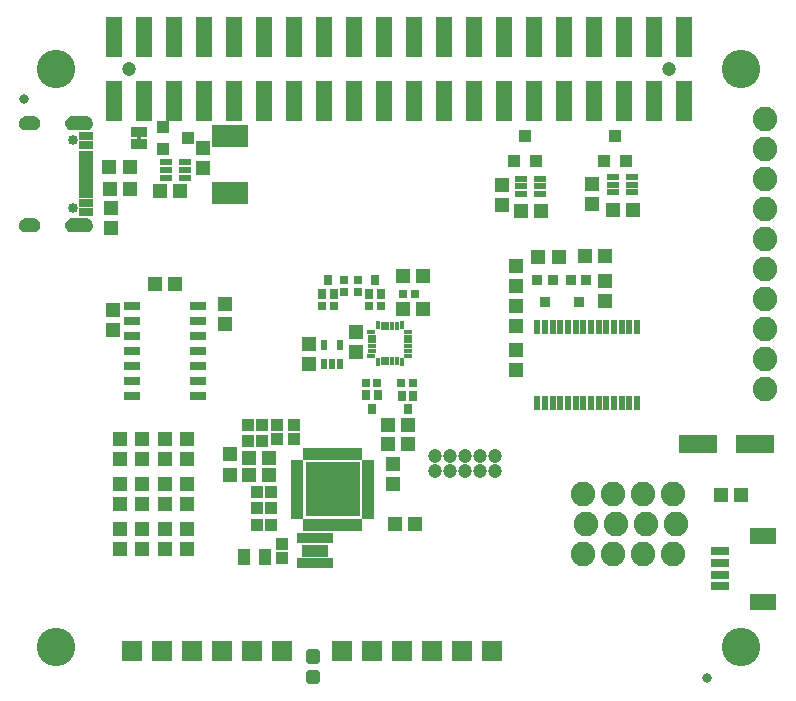
<source format=gts>
G04 EAGLE Gerber RS-274X export*
G75*
%MOMM*%
%FSLAX34Y34*%
%LPD*%
%INSoldermask Top*%
%IPPOS*%
%AMOC8*
5,1,8,0,0,1.08239X$1,22.5*%
G01*
%ADD10R,1.203200X1.303200*%
%ADD11R,1.303200X1.203200*%
%ADD12R,0.503200X1.203200*%
%ADD13R,3.203200X1.603200*%
%ADD14R,2.203200X1.403200*%
%ADD15R,1.553200X0.803200*%
%ADD16R,1.203200X0.503200*%
%ADD17R,1.203200X0.803200*%
%ADD18C,0.853200*%
%ADD19R,3.098800X1.879600*%
%ADD20R,1.473200X0.838200*%
%ADD21R,0.903200X0.903200*%
%ADD22R,1.003200X1.103200*%
%ADD23R,1.003200X0.603200*%
%ADD24R,1.103200X1.003200*%
%ADD25R,1.103200X1.053200*%
%ADD26R,1.053200X1.103200*%
%ADD27R,0.503200X0.903200*%
%ADD28R,2.203200X1.103200*%
%ADD29C,2.082800*%
%ADD30R,1.003200X1.403200*%
%ADD31C,0.505344*%
%ADD32R,0.487800X1.003200*%
%ADD33R,1.003200X0.487800*%
%ADD34R,4.603200X4.603200*%
%ADD35R,0.698200X0.453200*%
%ADD36R,0.803200X0.453200*%
%ADD37R,0.453200X0.698200*%
%ADD38R,0.453200X0.803200*%
%ADD39R,0.104000X0.453000*%
%ADD40R,0.453000X0.104000*%
%ADD41R,0.603200X0.953200*%
%ADD42R,0.663200X0.853200*%
%ADD43R,0.803200X0.803200*%
%ADD44R,1.727200X1.727200*%
%ADD45R,1.403200X0.803200*%
%ADD46C,1.203200*%
%ADD47R,1.473200X3.378200*%
%ADD48C,3.251200*%
%ADD49C,0.838200*%

G36*
X60304Y472764D02*
X60304Y472764D01*
X60307Y472761D01*
X61429Y472916D01*
X61434Y472921D01*
X61438Y472918D01*
X62509Y473289D01*
X62513Y473295D01*
X62518Y473293D01*
X63495Y473866D01*
X63498Y473872D01*
X63503Y473871D01*
X64350Y474624D01*
X64352Y474631D01*
X64357Y474631D01*
X65041Y475534D01*
X65041Y475541D01*
X65046Y475542D01*
X65541Y476561D01*
X65539Y476568D01*
X65544Y476570D01*
X65831Y477667D01*
X65829Y477671D01*
X65831Y477672D01*
X65829Y477674D01*
X65832Y477676D01*
X65899Y478807D01*
X65897Y478811D01*
X65899Y478813D01*
X65832Y479944D01*
X65827Y479949D01*
X65831Y479953D01*
X65544Y481050D01*
X65538Y481054D01*
X65541Y481059D01*
X65046Y482078D01*
X65040Y482081D01*
X65041Y482086D01*
X64357Y482989D01*
X64350Y482991D01*
X64350Y482996D01*
X63503Y483749D01*
X63496Y483749D01*
X63495Y483754D01*
X62518Y484327D01*
X62511Y484326D01*
X62509Y484331D01*
X61438Y484702D01*
X61432Y484699D01*
X61429Y484704D01*
X60307Y484859D01*
X60302Y484856D01*
X60300Y484859D01*
X48300Y484859D01*
X48295Y484856D01*
X48292Y484859D01*
X47025Y484654D01*
X47019Y484648D01*
X47015Y484651D01*
X45825Y484169D01*
X45821Y484162D01*
X45815Y484164D01*
X44762Y483430D01*
X44760Y483422D01*
X44754Y483423D01*
X43891Y482473D01*
X43890Y482464D01*
X43885Y482464D01*
X43255Y481345D01*
X43256Y481337D01*
X43250Y481335D01*
X42885Y480105D01*
X42888Y480097D01*
X42883Y480094D01*
X42801Y478813D01*
X42804Y478809D01*
X42801Y478807D01*
X42883Y477526D01*
X42889Y477520D01*
X42885Y477515D01*
X43250Y476285D01*
X43257Y476280D01*
X43255Y476275D01*
X43885Y475156D01*
X43892Y475153D01*
X43891Y475147D01*
X44754Y474197D01*
X44762Y474196D01*
X44762Y474190D01*
X45815Y473456D01*
X45823Y473456D01*
X45825Y473451D01*
X47015Y472969D01*
X47022Y472971D01*
X47025Y472966D01*
X48292Y472761D01*
X48297Y472764D01*
X48300Y472761D01*
X60300Y472761D01*
X60304Y472764D01*
G37*
G36*
X60304Y386364D02*
X60304Y386364D01*
X60307Y386361D01*
X61429Y386516D01*
X61434Y386521D01*
X61438Y386518D01*
X62509Y386889D01*
X62513Y386895D01*
X62518Y386893D01*
X63495Y387466D01*
X63498Y387472D01*
X63503Y387471D01*
X64350Y388224D01*
X64352Y388231D01*
X64357Y388231D01*
X65041Y389134D01*
X65041Y389141D01*
X65046Y389142D01*
X65541Y390161D01*
X65539Y390168D01*
X65544Y390170D01*
X65831Y391267D01*
X65829Y391271D01*
X65831Y391272D01*
X65829Y391274D01*
X65832Y391276D01*
X65899Y392407D01*
X65897Y392411D01*
X65899Y392413D01*
X65832Y393544D01*
X65827Y393549D01*
X65831Y393553D01*
X65544Y394650D01*
X65538Y394654D01*
X65541Y394659D01*
X65046Y395678D01*
X65040Y395681D01*
X65041Y395686D01*
X64357Y396589D01*
X64350Y396591D01*
X64350Y396596D01*
X63503Y397349D01*
X63496Y397349D01*
X63495Y397354D01*
X62518Y397927D01*
X62511Y397926D01*
X62509Y397931D01*
X61438Y398302D01*
X61432Y398299D01*
X61429Y398304D01*
X60307Y398459D01*
X60302Y398456D01*
X60300Y398459D01*
X48300Y398459D01*
X48295Y398456D01*
X48292Y398459D01*
X47025Y398254D01*
X47019Y398248D01*
X47015Y398251D01*
X45825Y397769D01*
X45821Y397762D01*
X45815Y397764D01*
X44762Y397030D01*
X44760Y397022D01*
X44754Y397023D01*
X43891Y396073D01*
X43890Y396064D01*
X43885Y396064D01*
X43255Y394945D01*
X43256Y394937D01*
X43250Y394935D01*
X42885Y393705D01*
X42888Y393697D01*
X42883Y393694D01*
X42801Y392413D01*
X42804Y392409D01*
X42801Y392407D01*
X42883Y391126D01*
X42889Y391120D01*
X42885Y391115D01*
X43250Y389885D01*
X43257Y389880D01*
X43255Y389875D01*
X43885Y388756D01*
X43892Y388753D01*
X43891Y388747D01*
X44754Y387797D01*
X44762Y387796D01*
X44762Y387790D01*
X45815Y387056D01*
X45823Y387056D01*
X45825Y387051D01*
X47015Y386569D01*
X47022Y386571D01*
X47025Y386566D01*
X48292Y386361D01*
X48297Y386364D01*
X48300Y386361D01*
X60300Y386361D01*
X60304Y386364D01*
G37*
G36*
X15503Y472763D02*
X15503Y472763D01*
X15505Y472761D01*
X16681Y472872D01*
X16686Y472877D01*
X16690Y472874D01*
X17822Y473212D01*
X17826Y473218D01*
X17831Y473216D01*
X18875Y473768D01*
X18878Y473775D01*
X18883Y473773D01*
X19799Y474519D01*
X19800Y474526D01*
X19806Y474526D01*
X20559Y475436D01*
X20559Y475443D01*
X20564Y475444D01*
X21125Y476483D01*
X21124Y476488D01*
X21128Y476490D01*
X21127Y476491D01*
X21129Y476492D01*
X21476Y477621D01*
X21476Y477622D01*
X21477Y477623D01*
X21474Y477627D01*
X21478Y477630D01*
X21599Y478805D01*
X21595Y478812D01*
X21599Y478816D01*
X21442Y480156D01*
X21437Y480162D01*
X21440Y480167D01*
X20989Y481438D01*
X20982Y481443D01*
X20984Y481448D01*
X20262Y482587D01*
X20254Y482590D01*
X20255Y482596D01*
X19297Y483546D01*
X19289Y483547D01*
X19288Y483553D01*
X18143Y484266D01*
X18135Y484265D01*
X18133Y484271D01*
X16857Y484711D01*
X16850Y484709D01*
X16847Y484713D01*
X15505Y484859D01*
X15502Y484857D01*
X15500Y484859D01*
X9500Y484859D01*
X9497Y484857D01*
X9494Y484859D01*
X8165Y484704D01*
X8159Y484698D01*
X8155Y484701D01*
X6894Y484254D01*
X6889Y484247D01*
X6884Y484249D01*
X5754Y483532D01*
X5751Y483525D01*
X5745Y483526D01*
X4803Y482576D01*
X4802Y482567D01*
X4796Y482567D01*
X4089Y481431D01*
X4090Y481423D01*
X4084Y481421D01*
X3648Y480156D01*
X3650Y480148D01*
X3645Y480146D01*
X3501Y478815D01*
X3505Y478809D01*
X3501Y478805D01*
X3611Y477639D01*
X3616Y477634D01*
X3613Y477630D01*
X3948Y476507D01*
X3954Y476503D01*
X3952Y476499D01*
X4500Y475463D01*
X4506Y475460D01*
X4505Y475455D01*
X5244Y474547D01*
X5251Y474545D01*
X5251Y474540D01*
X6153Y473793D01*
X6161Y473793D01*
X6161Y473788D01*
X7192Y473231D01*
X7199Y473232D01*
X7201Y473227D01*
X8320Y472883D01*
X8327Y472885D01*
X8330Y472881D01*
X9495Y472761D01*
X9498Y472763D01*
X9500Y472761D01*
X15500Y472761D01*
X15503Y472763D01*
G37*
G36*
X15503Y386363D02*
X15503Y386363D01*
X15505Y386361D01*
X16681Y386472D01*
X16686Y386477D01*
X16690Y386474D01*
X17822Y386812D01*
X17826Y386818D01*
X17831Y386816D01*
X18875Y387368D01*
X18878Y387375D01*
X18883Y387373D01*
X19799Y388119D01*
X19800Y388126D01*
X19806Y388126D01*
X20559Y389036D01*
X20559Y389043D01*
X20564Y389044D01*
X21125Y390083D01*
X21124Y390088D01*
X21128Y390090D01*
X21127Y390091D01*
X21129Y390092D01*
X21476Y391221D01*
X21476Y391222D01*
X21477Y391223D01*
X21474Y391227D01*
X21478Y391230D01*
X21599Y392405D01*
X21595Y392412D01*
X21599Y392416D01*
X21442Y393756D01*
X21437Y393762D01*
X21440Y393767D01*
X20989Y395038D01*
X20982Y395043D01*
X20984Y395048D01*
X20262Y396187D01*
X20254Y396190D01*
X20255Y396196D01*
X19297Y397146D01*
X19289Y397147D01*
X19288Y397153D01*
X18143Y397866D01*
X18135Y397865D01*
X18133Y397871D01*
X16857Y398311D01*
X16850Y398309D01*
X16847Y398313D01*
X15505Y398459D01*
X15502Y398457D01*
X15500Y398459D01*
X9500Y398459D01*
X9497Y398457D01*
X9494Y398459D01*
X8165Y398304D01*
X8159Y398298D01*
X8155Y398301D01*
X6894Y397854D01*
X6889Y397847D01*
X6884Y397849D01*
X5754Y397132D01*
X5751Y397125D01*
X5745Y397126D01*
X4803Y396176D01*
X4802Y396167D01*
X4796Y396167D01*
X4089Y395031D01*
X4090Y395023D01*
X4084Y395021D01*
X3648Y393756D01*
X3650Y393748D01*
X3645Y393746D01*
X3501Y392415D01*
X3505Y392409D01*
X3501Y392405D01*
X3611Y391239D01*
X3616Y391234D01*
X3613Y391230D01*
X3948Y390107D01*
X3954Y390103D01*
X3952Y390099D01*
X4500Y389063D01*
X4506Y389060D01*
X4505Y389055D01*
X5244Y388147D01*
X5251Y388145D01*
X5251Y388140D01*
X6153Y387393D01*
X6161Y387393D01*
X6161Y387388D01*
X7192Y386831D01*
X7199Y386832D01*
X7201Y386827D01*
X8320Y386483D01*
X8327Y386485D01*
X8330Y386481D01*
X9495Y386361D01*
X9498Y386363D01*
X9500Y386361D01*
X15500Y386361D01*
X15503Y386363D01*
G37*
G36*
X106389Y463740D02*
X106389Y463740D01*
X106455Y463742D01*
X106499Y463760D01*
X106545Y463768D01*
X106602Y463802D01*
X106663Y463826D01*
X106698Y463858D01*
X106738Y463882D01*
X106780Y463933D01*
X106828Y463978D01*
X106850Y464020D01*
X106880Y464057D01*
X106901Y464119D01*
X106931Y464177D01*
X106939Y464232D01*
X106952Y464269D01*
X106951Y464308D01*
X106959Y464363D01*
X106959Y468173D01*
X106947Y468238D01*
X106945Y468303D01*
X106927Y468347D01*
X106919Y468394D01*
X106885Y468450D01*
X106861Y468511D01*
X106829Y468546D01*
X106805Y468587D01*
X106754Y468628D01*
X106709Y468677D01*
X106667Y468698D01*
X106631Y468728D01*
X106568Y468749D01*
X106510Y468779D01*
X106455Y468787D01*
X106418Y468800D01*
X106379Y468799D01*
X106324Y468807D01*
X103784Y468807D01*
X103720Y468795D01*
X103654Y468793D01*
X103610Y468776D01*
X103564Y468767D01*
X103507Y468734D01*
X103446Y468709D01*
X103411Y468677D01*
X103370Y468653D01*
X103329Y468602D01*
X103280Y468558D01*
X103259Y468516D01*
X103229Y468479D01*
X103208Y468417D01*
X103178Y468358D01*
X103170Y468304D01*
X103157Y468267D01*
X103157Y468262D01*
X103158Y468226D01*
X103150Y468173D01*
X103150Y464363D01*
X103162Y464298D01*
X103164Y464232D01*
X103181Y464189D01*
X103190Y464142D01*
X103223Y464085D01*
X103248Y464024D01*
X103280Y463989D01*
X103304Y463949D01*
X103355Y463907D01*
X103399Y463859D01*
X103442Y463837D01*
X103478Y463807D01*
X103540Y463786D01*
X103599Y463756D01*
X103653Y463748D01*
X103691Y463736D01*
X103730Y463737D01*
X103784Y463729D01*
X106324Y463729D01*
X106389Y463740D01*
G37*
D10*
X181762Y198314D03*
X181762Y181314D03*
X423926Y324425D03*
X423926Y307425D03*
X499643Y328279D03*
X499643Y345279D03*
D11*
X482914Y366217D03*
X499914Y366217D03*
X443366Y365506D03*
X460366Y365506D03*
D12*
X442350Y242200D03*
X448850Y242200D03*
X455350Y242200D03*
X461850Y242200D03*
X468350Y242200D03*
X474850Y242200D03*
X481350Y242200D03*
X487850Y242200D03*
X494350Y242200D03*
X500850Y242200D03*
X507350Y242200D03*
X513850Y242200D03*
X520350Y242200D03*
X526850Y242200D03*
X526850Y306200D03*
X520350Y306200D03*
X513850Y306200D03*
X507350Y306200D03*
X500850Y306200D03*
X494350Y306200D03*
X487850Y306200D03*
X481350Y306200D03*
X474850Y306200D03*
X468350Y306200D03*
X461850Y306200D03*
X455350Y306200D03*
X448850Y306200D03*
X442350Y306200D03*
D13*
X578285Y207213D03*
X626285Y207213D03*
D11*
X597798Y163754D03*
X614798Y163754D03*
D10*
X424637Y340725D03*
X424637Y357725D03*
X424409Y286960D03*
X424409Y269960D03*
D14*
X633650Y73600D03*
X633650Y129600D03*
D15*
X596900Y86600D03*
X596900Y96600D03*
X596900Y106600D03*
X596900Y116600D03*
D10*
X81280Y407356D03*
X81280Y390356D03*
D16*
X60100Y428110D03*
X60100Y433110D03*
D17*
X60100Y403360D03*
X60100Y411110D03*
D16*
X60100Y418110D03*
X60100Y423110D03*
X60100Y443110D03*
X60100Y438110D03*
D17*
X60100Y467860D03*
X60100Y460110D03*
D16*
X60100Y453110D03*
X60100Y448110D03*
D18*
X49050Y464510D03*
X49050Y406710D03*
D11*
X97349Y423037D03*
X80349Y423037D03*
X97146Y441808D03*
X80146Y441808D03*
D19*
X182448Y419786D03*
X182448Y467538D03*
D20*
X105054Y461188D03*
X105054Y471348D03*
D21*
X483944Y345648D03*
X470944Y345648D03*
X477444Y327148D03*
X455369Y345876D03*
X442369Y345876D03*
X448869Y327376D03*
D22*
X498500Y447200D03*
X517500Y447200D03*
X508000Y468200D03*
D23*
X506350Y433220D03*
X506350Y426720D03*
X506350Y420220D03*
X522350Y420220D03*
X522350Y426720D03*
X522350Y433220D03*
D11*
X523079Y405130D03*
X506079Y405130D03*
D10*
X488950Y410600D03*
X488950Y427600D03*
D22*
X422300Y447200D03*
X441300Y447200D03*
X431800Y468200D03*
D23*
X428880Y431950D03*
X428880Y425450D03*
X428880Y418950D03*
X444880Y418950D03*
X444880Y425450D03*
X444880Y431950D03*
D11*
X445380Y404190D03*
X428380Y404190D03*
D10*
X412750Y409330D03*
X412750Y426330D03*
D24*
X125484Y475666D03*
X125484Y456666D03*
X146484Y466166D03*
D23*
X128220Y445768D03*
X128220Y439268D03*
X128220Y432768D03*
X144220Y432768D03*
X144220Y439268D03*
X144220Y445768D03*
D11*
X140097Y421335D03*
X123097Y421335D03*
D10*
X159055Y458055D03*
X159055Y441055D03*
D25*
X222250Y211370D03*
X222250Y222970D03*
X226060Y111040D03*
X226060Y122640D03*
D26*
X209000Y209550D03*
X197400Y209550D03*
X216620Y166370D03*
X205020Y166370D03*
X216620Y138938D03*
X205020Y138938D03*
X209000Y223520D03*
X197400Y223520D03*
X216620Y152654D03*
X205020Y152654D03*
D25*
X236220Y211370D03*
X236220Y222970D03*
D11*
X215510Y180594D03*
X198510Y180594D03*
X215510Y195326D03*
X198510Y195326D03*
D10*
X319964Y173567D03*
X319964Y190567D03*
D27*
X241500Y106340D03*
X246500Y106340D03*
X251500Y106340D03*
X256500Y106340D03*
X261500Y106340D03*
X266500Y106340D03*
X266500Y127340D03*
X261500Y127340D03*
X256500Y127340D03*
X251500Y127340D03*
X246500Y127340D03*
X241500Y127340D03*
D28*
X254000Y116840D03*
D29*
X635000Y406400D03*
X635000Y431800D03*
D30*
X212200Y111760D03*
X194200Y111760D03*
D31*
X248681Y13237D02*
X255661Y13237D01*
X255661Y6257D01*
X248681Y6257D01*
X248681Y13237D01*
X248681Y11057D02*
X255661Y11057D01*
X255661Y30777D02*
X248681Y30777D01*
X255661Y30777D02*
X255661Y23797D01*
X248681Y23797D01*
X248681Y30777D01*
X248681Y28597D02*
X255661Y28597D01*
D32*
X246486Y138910D03*
X251486Y138910D03*
X256486Y138910D03*
X261486Y138910D03*
X266486Y138910D03*
X271486Y138910D03*
X276486Y138910D03*
X281486Y138910D03*
X286486Y138910D03*
X291486Y138910D03*
D33*
X298986Y146410D03*
X298986Y151410D03*
X298986Y156410D03*
X298986Y161410D03*
X298986Y166410D03*
X298986Y171410D03*
X298986Y176410D03*
X298986Y181410D03*
X298986Y186410D03*
X298986Y191410D03*
D32*
X291486Y198910D03*
X286486Y198910D03*
X281486Y198910D03*
X276486Y198910D03*
X271486Y198910D03*
X266486Y198910D03*
X261486Y198910D03*
X256486Y198910D03*
X251486Y198910D03*
X246486Y198910D03*
D33*
X238986Y191410D03*
X238986Y186410D03*
X238986Y181410D03*
X238986Y176410D03*
X238986Y171410D03*
X238986Y166410D03*
X238986Y161410D03*
X238986Y156410D03*
X238986Y151410D03*
X238986Y146410D03*
D34*
X268986Y168910D03*
D35*
X333025Y282100D03*
D36*
X332500Y286100D03*
X332500Y290100D03*
X332500Y294100D03*
X332500Y298100D03*
D35*
X333025Y302100D03*
D37*
X327500Y307625D03*
D38*
X323500Y307100D03*
X319500Y307100D03*
X315500Y307100D03*
X311500Y307100D03*
D37*
X307500Y307625D03*
D35*
X301975Y302100D03*
D36*
X302500Y298100D03*
X302500Y294100D03*
X302500Y290100D03*
X302500Y286100D03*
D35*
X301975Y282100D03*
D37*
X307500Y276575D03*
D38*
X311500Y277100D03*
X315500Y277100D03*
X319500Y277100D03*
X323500Y277100D03*
D37*
X327500Y276575D03*
D39*
X329010Y282105D03*
D40*
X327495Y303610D03*
D39*
X305990Y302095D03*
D40*
X307505Y280590D03*
X327495Y280590D03*
D39*
X329010Y302095D03*
D40*
X307505Y303610D03*
D39*
X305990Y282105D03*
D11*
X328533Y349580D03*
X345533Y349580D03*
D10*
X288671Y301794D03*
X288671Y284794D03*
D11*
X328431Y321386D03*
X345431Y321386D03*
D41*
X262130Y274528D03*
X268630Y274528D03*
X275130Y274528D03*
X275130Y291028D03*
X262130Y291028D03*
D10*
X249428Y274862D03*
X249428Y291862D03*
D42*
X307260Y248490D03*
X297260Y248490D03*
X302260Y236990D03*
D43*
X297006Y258826D03*
X307006Y258826D03*
D42*
X337486Y248236D03*
X327486Y248236D03*
X332486Y236736D03*
D43*
X327232Y258826D03*
X337232Y258826D03*
D42*
X299800Y334440D03*
X309800Y334440D03*
X304800Y345940D03*
D43*
X309698Y323850D03*
X299698Y323850D03*
X290398Y345868D03*
X290398Y335868D03*
D42*
X260074Y334516D03*
X270074Y334516D03*
X265074Y346016D03*
D43*
X270074Y323926D03*
X260074Y323926D03*
X278536Y345665D03*
X278536Y335665D03*
D44*
X124460Y31750D03*
X99060Y31750D03*
X175260Y31750D03*
X149860Y31750D03*
X226060Y31750D03*
X200660Y31750D03*
X302260Y31750D03*
X276860Y31750D03*
X353060Y31750D03*
X327660Y31750D03*
X403860Y31750D03*
X378460Y31750D03*
D29*
X635000Y330200D03*
D11*
X118500Y342900D03*
X135500Y342900D03*
D10*
X82855Y303793D03*
X82855Y320793D03*
D29*
X635000Y304800D03*
D45*
X99000Y323850D03*
X99000Y311150D03*
X99000Y298450D03*
X99000Y285750D03*
X99000Y273050D03*
X99000Y260350D03*
X99000Y247650D03*
X155000Y247650D03*
X155000Y260350D03*
X155000Y273050D03*
X155000Y285750D03*
X155000Y298450D03*
X155000Y311150D03*
X155000Y323850D03*
D10*
X177800Y309000D03*
X177800Y326000D03*
X146050Y135500D03*
X146050Y118500D03*
X146050Y156600D03*
X146050Y173600D03*
X127000Y135500D03*
X127000Y118500D03*
X127000Y173600D03*
X127000Y156600D03*
X127000Y194700D03*
X127000Y211700D03*
X146050Y194700D03*
X146050Y211700D03*
X107950Y135500D03*
X107950Y118500D03*
X107950Y156600D03*
X107950Y173600D03*
X88900Y118500D03*
X88900Y135500D03*
X88900Y173600D03*
X88900Y156600D03*
X88900Y194700D03*
X88900Y211700D03*
X107950Y194700D03*
X107950Y211700D03*
D29*
X481330Y114300D03*
X483870Y139700D03*
X481330Y165100D03*
X506730Y114300D03*
X509270Y139700D03*
X506730Y165100D03*
X532130Y114300D03*
X534670Y139700D03*
X532130Y165100D03*
X557530Y114300D03*
X560070Y139700D03*
X557530Y165100D03*
X635000Y355600D03*
X635000Y381000D03*
X635000Y457200D03*
X635000Y482600D03*
X635000Y254000D03*
X635000Y279400D03*
D46*
X368300Y184150D03*
X381000Y184150D03*
X393700Y184150D03*
X406400Y184150D03*
X355600Y184150D03*
X368300Y196850D03*
X381000Y196850D03*
X393700Y196850D03*
X406400Y196850D03*
X355600Y196850D03*
D11*
X338700Y139700D03*
X321700Y139700D03*
X315579Y223190D03*
X332579Y223190D03*
X315731Y207493D03*
X332731Y207493D03*
D47*
X83720Y497555D03*
X83720Y552165D03*
X109120Y497555D03*
X109120Y552165D03*
X134520Y497555D03*
X134520Y552165D03*
X159920Y497555D03*
X159920Y552165D03*
X185320Y497555D03*
X185320Y552165D03*
X210720Y497555D03*
X210720Y552165D03*
X236120Y497555D03*
X236120Y552165D03*
X261520Y497555D03*
X261520Y552165D03*
X286920Y497555D03*
X286920Y552165D03*
X312320Y497555D03*
X312320Y552165D03*
X337720Y497555D03*
X337720Y552165D03*
X363120Y497555D03*
X363120Y552165D03*
X388520Y497555D03*
X388520Y552165D03*
X413920Y497555D03*
X413920Y552165D03*
X439320Y497555D03*
X439320Y552165D03*
X464720Y497555D03*
X464720Y552165D03*
X490120Y497555D03*
X490120Y552165D03*
X515520Y497555D03*
X515520Y552165D03*
X540920Y497555D03*
X540920Y552165D03*
X566320Y497555D03*
X566320Y552165D03*
D46*
X96420Y524860D03*
X553620Y524860D03*
D48*
X35000Y35000D03*
X615000Y35000D03*
X35000Y525000D03*
X615000Y525000D03*
D49*
X586358Y8849D03*
X7757Y499126D03*
D43*
X338502Y334518D03*
X328502Y334518D03*
M02*

</source>
